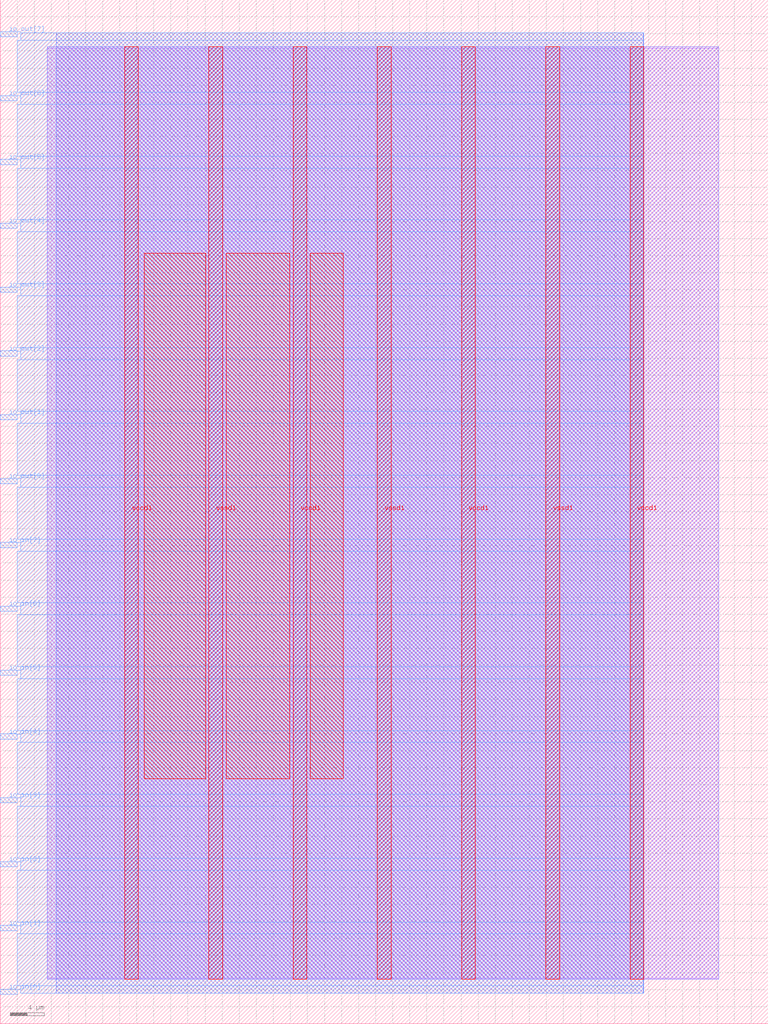
<source format=lef>
VERSION 5.7 ;
  NOWIREEXTENSIONATPIN ON ;
  DIVIDERCHAR "/" ;
  BUSBITCHARS "[]" ;
MACRO tt2_tholin_multiplexed_counter
  CLASS BLOCK ;
  FOREIGN tt2_tholin_multiplexed_counter ;
  ORIGIN 0.000 0.000 ;
  SIZE 90.000 BY 120.000 ;
  PIN io_in[0]
    DIRECTION INPUT ;
    USE SIGNAL ;
    PORT
      LAYER met3 ;
        RECT 0.000 3.440 2.000 4.040 ;
    END
  END io_in[0]
  PIN io_in[1]
    DIRECTION INPUT ;
    USE SIGNAL ;
    PORT
      LAYER met3 ;
        RECT 0.000 10.920 2.000 11.520 ;
    END
  END io_in[1]
  PIN io_in[2]
    DIRECTION INPUT ;
    USE SIGNAL ;
    PORT
      LAYER met3 ;
        RECT 0.000 18.400 2.000 19.000 ;
    END
  END io_in[2]
  PIN io_in[3]
    DIRECTION INPUT ;
    USE SIGNAL ;
    PORT
      LAYER met3 ;
        RECT 0.000 25.880 2.000 26.480 ;
    END
  END io_in[3]
  PIN io_in[4]
    DIRECTION INPUT ;
    USE SIGNAL ;
    PORT
      LAYER met3 ;
        RECT 0.000 33.360 2.000 33.960 ;
    END
  END io_in[4]
  PIN io_in[5]
    DIRECTION INPUT ;
    USE SIGNAL ;
    PORT
      LAYER met3 ;
        RECT 0.000 40.840 2.000 41.440 ;
    END
  END io_in[5]
  PIN io_in[6]
    DIRECTION INPUT ;
    USE SIGNAL ;
    PORT
      LAYER met3 ;
        RECT 0.000 48.320 2.000 48.920 ;
    END
  END io_in[6]
  PIN io_in[7]
    DIRECTION INPUT ;
    USE SIGNAL ;
    PORT
      LAYER met3 ;
        RECT 0.000 55.800 2.000 56.400 ;
    END
  END io_in[7]
  PIN io_out[0]
    DIRECTION OUTPUT TRISTATE ;
    USE SIGNAL ;
    PORT
      LAYER met3 ;
        RECT 0.000 63.280 2.000 63.880 ;
    END
  END io_out[0]
  PIN io_out[1]
    DIRECTION OUTPUT TRISTATE ;
    USE SIGNAL ;
    PORT
      LAYER met3 ;
        RECT 0.000 70.760 2.000 71.360 ;
    END
  END io_out[1]
  PIN io_out[2]
    DIRECTION OUTPUT TRISTATE ;
    USE SIGNAL ;
    PORT
      LAYER met3 ;
        RECT 0.000 78.240 2.000 78.840 ;
    END
  END io_out[2]
  PIN io_out[3]
    DIRECTION OUTPUT TRISTATE ;
    USE SIGNAL ;
    PORT
      LAYER met3 ;
        RECT 0.000 85.720 2.000 86.320 ;
    END
  END io_out[3]
  PIN io_out[4]
    DIRECTION OUTPUT TRISTATE ;
    USE SIGNAL ;
    PORT
      LAYER met3 ;
        RECT 0.000 93.200 2.000 93.800 ;
    END
  END io_out[4]
  PIN io_out[5]
    DIRECTION OUTPUT TRISTATE ;
    USE SIGNAL ;
    PORT
      LAYER met3 ;
        RECT 0.000 100.680 2.000 101.280 ;
    END
  END io_out[5]
  PIN io_out[6]
    DIRECTION OUTPUT TRISTATE ;
    USE SIGNAL ;
    PORT
      LAYER met3 ;
        RECT 0.000 108.160 2.000 108.760 ;
    END
  END io_out[6]
  PIN io_out[7]
    DIRECTION OUTPUT TRISTATE ;
    USE SIGNAL ;
    PORT
      LAYER met3 ;
        RECT 0.000 115.640 2.000 116.240 ;
    END
  END io_out[7]
  PIN vccd1
    DIRECTION INOUT ;
    USE POWER ;
    PORT
      LAYER met4 ;
        RECT 14.590 5.200 16.190 114.480 ;
    END
    PORT
      LAYER met4 ;
        RECT 34.330 5.200 35.930 114.480 ;
    END
    PORT
      LAYER met4 ;
        RECT 54.070 5.200 55.670 114.480 ;
    END
    PORT
      LAYER met4 ;
        RECT 73.810 5.200 75.410 114.480 ;
    END
  END vccd1
  PIN vssd1
    DIRECTION INOUT ;
    USE GROUND ;
    PORT
      LAYER met4 ;
        RECT 24.460 5.200 26.060 114.480 ;
    END
    PORT
      LAYER met4 ;
        RECT 44.200 5.200 45.800 114.480 ;
    END
    PORT
      LAYER met4 ;
        RECT 63.940 5.200 65.540 114.480 ;
    END
  END vssd1
  OBS
      LAYER li1 ;
        RECT 5.520 5.355 84.180 114.325 ;
      LAYER met1 ;
        RECT 5.520 5.200 84.180 114.480 ;
      LAYER met2 ;
        RECT 6.540 3.555 75.380 116.125 ;
      LAYER met3 ;
        RECT 2.400 115.240 75.400 116.105 ;
        RECT 2.000 109.160 75.400 115.240 ;
        RECT 2.400 107.760 75.400 109.160 ;
        RECT 2.000 101.680 75.400 107.760 ;
        RECT 2.400 100.280 75.400 101.680 ;
        RECT 2.000 94.200 75.400 100.280 ;
        RECT 2.400 92.800 75.400 94.200 ;
        RECT 2.000 86.720 75.400 92.800 ;
        RECT 2.400 85.320 75.400 86.720 ;
        RECT 2.000 79.240 75.400 85.320 ;
        RECT 2.400 77.840 75.400 79.240 ;
        RECT 2.000 71.760 75.400 77.840 ;
        RECT 2.400 70.360 75.400 71.760 ;
        RECT 2.000 64.280 75.400 70.360 ;
        RECT 2.400 62.880 75.400 64.280 ;
        RECT 2.000 56.800 75.400 62.880 ;
        RECT 2.400 55.400 75.400 56.800 ;
        RECT 2.000 49.320 75.400 55.400 ;
        RECT 2.400 47.920 75.400 49.320 ;
        RECT 2.000 41.840 75.400 47.920 ;
        RECT 2.400 40.440 75.400 41.840 ;
        RECT 2.000 34.360 75.400 40.440 ;
        RECT 2.400 32.960 75.400 34.360 ;
        RECT 2.000 26.880 75.400 32.960 ;
        RECT 2.400 25.480 75.400 26.880 ;
        RECT 2.000 19.400 75.400 25.480 ;
        RECT 2.400 18.000 75.400 19.400 ;
        RECT 2.000 11.920 75.400 18.000 ;
        RECT 2.400 10.520 75.400 11.920 ;
        RECT 2.000 4.440 75.400 10.520 ;
        RECT 2.400 3.575 75.400 4.440 ;
      LAYER met4 ;
        RECT 16.855 28.735 24.060 90.265 ;
        RECT 26.460 28.735 33.930 90.265 ;
        RECT 36.330 28.735 40.185 90.265 ;
  END
END tt2_tholin_multiplexed_counter
END LIBRARY


</source>
